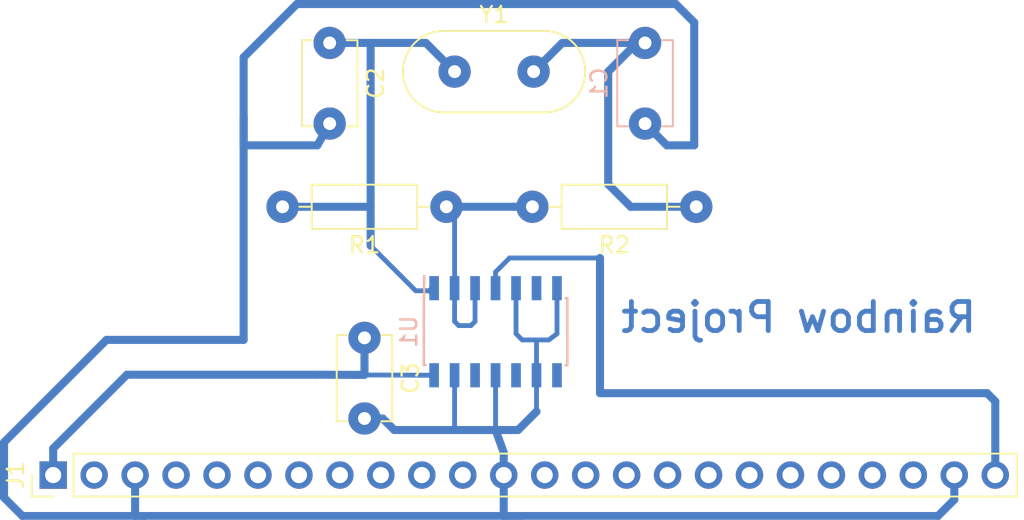
<source format=kicad_pcb>
(kicad_pcb (version 20171130) (host pcbnew "(5.0.0)")

  (general
    (thickness 1.6)
    (drawings 1)
    (tracks 91)
    (zones 0)
    (modules 8)
    (nets 30)
  )

  (page A4)
  (layers
    (0 F.Cu signal)
    (31 B.Cu signal)
    (32 B.Adhes user)
    (33 F.Adhes user)
    (34 B.Paste user)
    (35 F.Paste user)
    (36 B.SilkS user)
    (37 F.SilkS user)
    (38 B.Mask user)
    (39 F.Mask user)
    (40 Dwgs.User user)
    (41 Cmts.User user)
    (42 Eco1.User user)
    (43 Eco2.User user)
    (44 Edge.Cuts user)
    (45 Margin user)
    (46 B.CrtYd user)
    (47 F.CrtYd user)
    (48 B.Fab user)
    (49 F.Fab user hide)
  )

  (setup
    (last_trace_width 0.5)
    (trace_clearance 0.2)
    (zone_clearance 0.508)
    (zone_45_only no)
    (trace_min 0.2)
    (segment_width 0.2)
    (edge_width 0.15)
    (via_size 0.8)
    (via_drill 0.4)
    (via_min_size 0.4)
    (via_min_drill 0.3)
    (uvia_size 0.3)
    (uvia_drill 0.1)
    (uvias_allowed no)
    (uvia_min_size 0.2)
    (uvia_min_drill 0.1)
    (pcb_text_width 0.3)
    (pcb_text_size 1.5 1.5)
    (mod_edge_width 0.15)
    (mod_text_size 1 1)
    (mod_text_width 0.15)
    (pad_size 2 2)
    (pad_drill 1)
    (pad_to_mask_clearance 0.2)
    (aux_axis_origin 0 0)
    (visible_elements 7FFFFFFF)
    (pcbplotparams
      (layerselection 0x010fc_ffffffff)
      (usegerberextensions false)
      (usegerberattributes false)
      (usegerberadvancedattributes false)
      (creategerberjobfile false)
      (excludeedgelayer true)
      (linewidth 0.100000)
      (plotframeref false)
      (viasonmask false)
      (mode 1)
      (useauxorigin false)
      (hpglpennumber 1)
      (hpglpenspeed 20)
      (hpglpendiameter 15.000000)
      (psnegative false)
      (psa4output false)
      (plotreference true)
      (plotvalue true)
      (plotinvisibletext false)
      (padsonsilk false)
      (subtractmaskfromsilk false)
      (outputformat 1)
      (mirror false)
      (drillshape 1)
      (scaleselection 1)
      (outputdirectory ""))
  )

  (net 0 "")
  (net 1 "Net-(R1-Pad1)")
  (net 2 "Net-(C2-Pad1)")
  (net 3 "Net-(C1-Pad1)")
  (net 4 "Net-(J1-Pad24)")
  (net 5 GND)
  (net 6 "Net-(U1-Pad6)")
  (net 7 "Net-(U1-Pad8)")
  (net 8 "Net-(U1-Pad10)")
  (net 9 "Net-(U1-Pad12)")
  (net 10 VCC)
  (net 11 "Net-(J1-Pad2)")
  (net 12 "Net-(J1-Pad4)")
  (net 13 "Net-(J1-Pad5)")
  (net 14 "Net-(J1-Pad6)")
  (net 15 "Net-(J1-Pad7)")
  (net 16 "Net-(J1-Pad8)")
  (net 17 "Net-(J1-Pad9)")
  (net 18 "Net-(J1-Pad10)")
  (net 19 "Net-(J1-Pad11)")
  (net 20 "Net-(J1-Pad13)")
  (net 21 "Net-(J1-Pad14)")
  (net 22 "Net-(J1-Pad15)")
  (net 23 "Net-(J1-Pad16)")
  (net 24 "Net-(J1-Pad17)")
  (net 25 "Net-(J1-Pad18)")
  (net 26 "Net-(J1-Pad19)")
  (net 27 "Net-(J1-Pad20)")
  (net 28 "Net-(J1-Pad21)")
  (net 29 "Net-(J1-Pad22)")

  (net_class Default "This is the default net class."
    (clearance 0.2)
    (trace_width 0.5)
    (via_dia 0.8)
    (via_drill 0.4)
    (uvia_dia 0.3)
    (uvia_drill 0.1)
    (add_net GND)
    (add_net "Net-(C1-Pad1)")
    (add_net "Net-(C2-Pad1)")
    (add_net "Net-(J1-Pad10)")
    (add_net "Net-(J1-Pad11)")
    (add_net "Net-(J1-Pad13)")
    (add_net "Net-(J1-Pad14)")
    (add_net "Net-(J1-Pad15)")
    (add_net "Net-(J1-Pad16)")
    (add_net "Net-(J1-Pad17)")
    (add_net "Net-(J1-Pad18)")
    (add_net "Net-(J1-Pad19)")
    (add_net "Net-(J1-Pad2)")
    (add_net "Net-(J1-Pad20)")
    (add_net "Net-(J1-Pad21)")
    (add_net "Net-(J1-Pad22)")
    (add_net "Net-(J1-Pad24)")
    (add_net "Net-(J1-Pad4)")
    (add_net "Net-(J1-Pad5)")
    (add_net "Net-(J1-Pad6)")
    (add_net "Net-(J1-Pad7)")
    (add_net "Net-(J1-Pad8)")
    (add_net "Net-(J1-Pad9)")
    (add_net "Net-(R1-Pad1)")
    (add_net "Net-(U1-Pad10)")
    (add_net "Net-(U1-Pad12)")
    (add_net "Net-(U1-Pad6)")
    (add_net "Net-(U1-Pad8)")
    (add_net VCC)
  )

  (module Package_SO:SOIC-14_3.9x8.7mm_P1.27mm (layer B.Cu) (tedit 5A02F2D3) (tstamp 5C7C50A4)
    (at 153.67 121.92 270)
    (descr "14-Lead Plastic Small Outline (SL) - Narrow, 3.90 mm Body [SOIC] (see Microchip Packaging Specification 00000049BS.pdf)")
    (tags "SOIC 1.27")
    (path /5C7985CC)
    (attr smd)
    (fp_text reference U1 (at 0 5.375 270) (layer B.SilkS)
      (effects (font (size 1 1) (thickness 0.15)) (justify mirror))
    )
    (fp_text value 74HC14 (at 0 -5.375 270) (layer B.Fab)
      (effects (font (size 1 1) (thickness 0.15)) (justify mirror))
    )
    (fp_text user %R (at 0 0 270) (layer B.Fab)
      (effects (font (size 0.9 0.9) (thickness 0.135)) (justify mirror))
    )
    (fp_line (start -0.95 4.35) (end 1.95 4.35) (layer B.Fab) (width 0.15))
    (fp_line (start 1.95 4.35) (end 1.95 -4.35) (layer B.Fab) (width 0.15))
    (fp_line (start 1.95 -4.35) (end -1.95 -4.35) (layer B.Fab) (width 0.15))
    (fp_line (start -1.95 -4.35) (end -1.95 3.35) (layer B.Fab) (width 0.15))
    (fp_line (start -1.95 3.35) (end -0.95 4.35) (layer B.Fab) (width 0.15))
    (fp_line (start -3.7 4.65) (end -3.7 -4.65) (layer B.CrtYd) (width 0.05))
    (fp_line (start 3.7 4.65) (end 3.7 -4.65) (layer B.CrtYd) (width 0.05))
    (fp_line (start -3.7 4.65) (end 3.7 4.65) (layer B.CrtYd) (width 0.05))
    (fp_line (start -3.7 -4.65) (end 3.7 -4.65) (layer B.CrtYd) (width 0.05))
    (fp_line (start -2.075 4.45) (end -2.075 4.425) (layer B.SilkS) (width 0.15))
    (fp_line (start 2.075 4.45) (end 2.075 4.335) (layer B.SilkS) (width 0.15))
    (fp_line (start 2.075 -4.45) (end 2.075 -4.335) (layer B.SilkS) (width 0.15))
    (fp_line (start -2.075 -4.45) (end -2.075 -4.335) (layer B.SilkS) (width 0.15))
    (fp_line (start -2.075 4.45) (end 2.075 4.45) (layer B.SilkS) (width 0.15))
    (fp_line (start -2.075 -4.45) (end 2.075 -4.45) (layer B.SilkS) (width 0.15))
    (fp_line (start -2.075 4.425) (end -3.45 4.425) (layer B.SilkS) (width 0.15))
    (pad 1 smd rect (at -2.7 3.81 270) (size 1.5 0.6) (layers B.Cu B.Paste B.Mask)
      (net 2 "Net-(C2-Pad1)"))
    (pad 2 smd rect (at -2.7 2.54 270) (size 1.5 0.6) (layers B.Cu B.Paste B.Mask)
      (net 1 "Net-(R1-Pad1)"))
    (pad 3 smd rect (at -2.7 1.27 270) (size 1.5 0.6) (layers B.Cu B.Paste B.Mask)
      (net 1 "Net-(R1-Pad1)"))
    (pad 4 smd rect (at -2.7 0 270) (size 1.5 0.6) (layers B.Cu B.Paste B.Mask)
      (net 4 "Net-(J1-Pad24)"))
    (pad 5 smd rect (at -2.7 -1.27 270) (size 1.5 0.6) (layers B.Cu B.Paste B.Mask)
      (net 5 GND))
    (pad 6 smd rect (at -2.7 -2.54 270) (size 1.5 0.6) (layers B.Cu B.Paste B.Mask)
      (net 6 "Net-(U1-Pad6)"))
    (pad 7 smd rect (at -2.7 -3.81 270) (size 1.5 0.6) (layers B.Cu B.Paste B.Mask)
      (net 5 GND))
    (pad 8 smd rect (at 2.7 -3.81 270) (size 1.5 0.6) (layers B.Cu B.Paste B.Mask)
      (net 7 "Net-(U1-Pad8)"))
    (pad 9 smd rect (at 2.7 -2.54 270) (size 1.5 0.6) (layers B.Cu B.Paste B.Mask)
      (net 5 GND))
    (pad 10 smd rect (at 2.7 -1.27 270) (size 1.5 0.6) (layers B.Cu B.Paste B.Mask)
      (net 8 "Net-(U1-Pad10)"))
    (pad 11 smd rect (at 2.7 0 270) (size 1.5 0.6) (layers B.Cu B.Paste B.Mask)
      (net 5 GND))
    (pad 12 smd rect (at 2.7 1.27 270) (size 1.5 0.6) (layers B.Cu B.Paste B.Mask)
      (net 9 "Net-(U1-Pad12)"))
    (pad 13 smd rect (at 2.7 2.54 270) (size 1.5 0.6) (layers B.Cu B.Paste B.Mask)
      (net 5 GND))
    (pad 14 smd rect (at 2.7 3.81 270) (size 1.5 0.6) (layers B.Cu B.Paste B.Mask)
      (net 10 VCC))
    (model ${KISYS3DMOD}/Package_SO.3dshapes/SOIC-14_3.9x8.7mm_P1.27mm.wrl
      (at (xyz 0 0 0))
      (scale (xyz 1 1 1))
      (rotate (xyz 0 0 0))
    )
  )

  (module Capacitor_THT:C_Disc_D5.1mm_W3.2mm_P5.00mm (layer F.Cu) (tedit 5C7AE524) (tstamp 5C7C5473)
    (at 145.542 122.301 270)
    (descr "C, Disc series, Radial, pin pitch=5.00mm, , diameter*width=5.1*3.2mm^2, Capacitor, http://www.vishay.com/docs/45233/krseries.pdf")
    (tags "C Disc series Radial pin pitch 5.00mm  diameter 5.1mm width 3.2mm Capacitor")
    (path /5C79AF5F)
    (fp_text reference C3 (at 2.5 -2.85 270) (layer F.SilkS)
      (effects (font (size 1 1) (thickness 0.15)))
    )
    (fp_text value 0.1u (at 2.5 2.85 270) (layer F.Fab)
      (effects (font (size 1 1) (thickness 0.15)))
    )
    (fp_line (start -0.05 -1.6) (end -0.05 1.6) (layer F.Fab) (width 0.1))
    (fp_line (start -0.05 1.6) (end 5.05 1.6) (layer F.Fab) (width 0.1))
    (fp_line (start 5.05 1.6) (end 5.05 -1.6) (layer F.Fab) (width 0.1))
    (fp_line (start 5.05 -1.6) (end -0.05 -1.6) (layer F.Fab) (width 0.1))
    (fp_line (start -0.17 -1.721) (end 5.17 -1.721) (layer F.SilkS) (width 0.12))
    (fp_line (start -0.17 1.721) (end 5.17 1.721) (layer F.SilkS) (width 0.12))
    (fp_line (start -0.17 -1.721) (end -0.17 -1.055) (layer F.SilkS) (width 0.12))
    (fp_line (start -0.17 1.055) (end -0.17 1.721) (layer F.SilkS) (width 0.12))
    (fp_line (start 5.17 -1.721) (end 5.17 -1.055) (layer F.SilkS) (width 0.12))
    (fp_line (start 5.17 1.055) (end 5.17 1.721) (layer F.SilkS) (width 0.12))
    (fp_line (start -1.05 -1.85) (end -1.05 1.85) (layer F.CrtYd) (width 0.05))
    (fp_line (start -1.05 1.85) (end 6.05 1.85) (layer F.CrtYd) (width 0.05))
    (fp_line (start 6.05 1.85) (end 6.05 -1.85) (layer F.CrtYd) (width 0.05))
    (fp_line (start 6.05 -1.85) (end -1.05 -1.85) (layer F.CrtYd) (width 0.05))
    (fp_text user %R (at 2.794 0.127 270) (layer F.Fab)
      (effects (font (size 1 1) (thickness 0.15)))
    )
    (pad 1 thru_hole circle (at 0 0 270) (size 2 2) (drill 0.8) (layers *.Cu *.Mask)
      (net 10 VCC))
    (pad 2 thru_hole circle (at 5 0 270) (size 2 2) (drill 0.8) (layers *.Cu *.Mask)
      (net 5 GND))
    (model ${KISYS3DMOD}/Capacitor_THT.3dshapes/C_Disc_D5.1mm_W3.2mm_P5.00mm.wrl
      (at (xyz 0 0 0))
      (scale (xyz 1 1 1))
      (rotate (xyz 0 0 0))
    )
  )

  (module Capacitor_THT:C_Disc_D5.1mm_W3.2mm_P5.00mm (layer F.Cu) (tedit 5C7AE501) (tstamp 5C7C5111)
    (at 143.383 104.013 270)
    (descr "C, Disc series, Radial, pin pitch=5.00mm, , diameter*width=5.1*3.2mm^2, Capacitor, http://www.vishay.com/docs/45233/krseries.pdf")
    (tags "C Disc series Radial pin pitch 5.00mm  diameter 5.1mm width 3.2mm Capacitor")
    (path /5C798E8D)
    (fp_text reference C2 (at 2.5 -2.85 270) (layer F.SilkS)
      (effects (font (size 1 1) (thickness 0.15)))
    )
    (fp_text value 3.3p (at 2.5 2.85 270) (layer F.Fab)
      (effects (font (size 1 1) (thickness 0.15)))
    )
    (fp_text user %R (at 2.54 -0.127) (layer F.Fab)
      (effects (font (size 1 1) (thickness 0.15)))
    )
    (fp_line (start 6.05 -1.85) (end -1.05 -1.85) (layer F.CrtYd) (width 0.05))
    (fp_line (start 6.05 1.85) (end 6.05 -1.85) (layer F.CrtYd) (width 0.05))
    (fp_line (start -1.05 1.85) (end 6.05 1.85) (layer F.CrtYd) (width 0.05))
    (fp_line (start -1.05 -1.85) (end -1.05 1.85) (layer F.CrtYd) (width 0.05))
    (fp_line (start 5.17 1.055) (end 5.17 1.721) (layer F.SilkS) (width 0.12))
    (fp_line (start 5.17 -1.721) (end 5.17 -1.055) (layer F.SilkS) (width 0.12))
    (fp_line (start -0.17 1.055) (end -0.17 1.721) (layer F.SilkS) (width 0.12))
    (fp_line (start -0.17 -1.721) (end -0.17 -1.055) (layer F.SilkS) (width 0.12))
    (fp_line (start -0.17 1.721) (end 5.17 1.721) (layer F.SilkS) (width 0.12))
    (fp_line (start -0.17 -1.721) (end 5.17 -1.721) (layer F.SilkS) (width 0.12))
    (fp_line (start 5.05 -1.6) (end -0.05 -1.6) (layer F.Fab) (width 0.1))
    (fp_line (start 5.05 1.6) (end 5.05 -1.6) (layer F.Fab) (width 0.1))
    (fp_line (start -0.05 1.6) (end 5.05 1.6) (layer F.Fab) (width 0.1))
    (fp_line (start -0.05 -1.6) (end -0.05 1.6) (layer F.Fab) (width 0.1))
    (pad 2 thru_hole circle (at 5 0 270) (size 2 2) (drill 0.8) (layers *.Cu *.Mask)
      (net 5 GND))
    (pad 1 thru_hole circle (at 0 0 270) (size 2 2) (drill 0.8) (layers *.Cu *.Mask)
      (net 2 "Net-(C2-Pad1)"))
    (model ${KISYS3DMOD}/Capacitor_THT.3dshapes/C_Disc_D5.1mm_W3.2mm_P5.00mm.wrl
      (at (xyz 0 0 0))
      (scale (xyz 1 1 1))
      (rotate (xyz 0 0 0))
    )
  )

  (module Capacitor_THT:C_Disc_D5.1mm_W3.2mm_P5.00mm (layer B.Cu) (tedit 5C7AE4F2) (tstamp 5C7C5F18)
    (at 162.941 104.013 270)
    (descr "C, Disc series, Radial, pin pitch=5.00mm, , diameter*width=5.1*3.2mm^2, Capacitor, http://www.vishay.com/docs/45233/krseries.pdf")
    (tags "C Disc series Radial pin pitch 5.00mm  diameter 5.1mm width 3.2mm Capacitor")
    (path /5C798E11)
    (fp_text reference C1 (at 2.5 2.85 270) (layer B.SilkS)
      (effects (font (size 1 1) (thickness 0.15)) (justify mirror))
    )
    (fp_text value 3.3p (at 2.5 -2.85 270) (layer B.Fab)
      (effects (font (size 1 1) (thickness 0.15)) (justify mirror))
    )
    (fp_line (start -0.05 1.6) (end -0.05 -1.6) (layer B.Fab) (width 0.1))
    (fp_line (start -0.05 -1.6) (end 5.05 -1.6) (layer B.Fab) (width 0.1))
    (fp_line (start 5.05 -1.6) (end 5.05 1.6) (layer B.Fab) (width 0.1))
    (fp_line (start 5.05 1.6) (end -0.05 1.6) (layer B.Fab) (width 0.1))
    (fp_line (start -0.17 1.721) (end 5.17 1.721) (layer B.SilkS) (width 0.12))
    (fp_line (start -0.17 -1.721) (end 5.17 -1.721) (layer B.SilkS) (width 0.12))
    (fp_line (start -0.17 1.721) (end -0.17 1.055) (layer B.SilkS) (width 0.12))
    (fp_line (start -0.17 -1.055) (end -0.17 -1.721) (layer B.SilkS) (width 0.12))
    (fp_line (start 5.17 1.721) (end 5.17 1.055) (layer B.SilkS) (width 0.12))
    (fp_line (start 5.17 -1.055) (end 5.17 -1.721) (layer B.SilkS) (width 0.12))
    (fp_line (start -1.05 1.85) (end -1.05 -1.85) (layer B.CrtYd) (width 0.05))
    (fp_line (start -1.05 -1.85) (end 6.05 -1.85) (layer B.CrtYd) (width 0.05))
    (fp_line (start 6.05 -1.85) (end 6.05 1.85) (layer B.CrtYd) (width 0.05))
    (fp_line (start 6.05 1.85) (end -1.05 1.85) (layer B.CrtYd) (width 0.05))
    (fp_text user %R (at 2.54 -0.381 270) (layer B.Fab)
      (effects (font (size 1 1) (thickness 0.15)) (justify mirror))
    )
    (pad 1 thru_hole circle (at 0 0 270) (size 2 2) (drill 0.8) (layers *.Cu *.Mask)
      (net 3 "Net-(C1-Pad1)"))
    (pad 2 thru_hole circle (at 5 0 270) (size 2 2) (drill 0.8) (layers *.Cu *.Mask)
      (net 5 GND))
    (model ${KISYS3DMOD}/Capacitor_THT.3dshapes/C_Disc_D5.1mm_W3.2mm_P5.00mm.wrl
      (at (xyz 0 0 0))
      (scale (xyz 1 1 1))
      (rotate (xyz 0 0 0))
    )
  )

  (module Connector_PinHeader_2.54mm:PinHeader_1x24_P2.54mm_Vertical (layer F.Cu) (tedit 59FED5CC) (tstamp 5C7C5274)
    (at 126.238 130.81 90)
    (descr "Through hole straight pin header, 1x24, 2.54mm pitch, single row")
    (tags "Through hole pin header THT 1x24 2.54mm single row")
    (path /5C79B832)
    (fp_text reference J1 (at 0 -2.33 90) (layer F.SilkS)
      (effects (font (size 1 1) (thickness 0.15)))
    )
    (fp_text value Conn_01x24_Female (at 0 60.75 90) (layer F.Fab)
      (effects (font (size 1 1) (thickness 0.15)))
    )
    (fp_line (start -0.635 -1.27) (end 1.27 -1.27) (layer F.Fab) (width 0.1))
    (fp_line (start 1.27 -1.27) (end 1.27 59.69) (layer F.Fab) (width 0.1))
    (fp_line (start 1.27 59.69) (end -1.27 59.69) (layer F.Fab) (width 0.1))
    (fp_line (start -1.27 59.69) (end -1.27 -0.635) (layer F.Fab) (width 0.1))
    (fp_line (start -1.27 -0.635) (end -0.635 -1.27) (layer F.Fab) (width 0.1))
    (fp_line (start -1.33 59.75) (end 1.33 59.75) (layer F.SilkS) (width 0.12))
    (fp_line (start -1.33 1.27) (end -1.33 59.75) (layer F.SilkS) (width 0.12))
    (fp_line (start 1.33 1.27) (end 1.33 59.75) (layer F.SilkS) (width 0.12))
    (fp_line (start -1.33 1.27) (end 1.33 1.27) (layer F.SilkS) (width 0.12))
    (fp_line (start -1.33 0) (end -1.33 -1.33) (layer F.SilkS) (width 0.12))
    (fp_line (start -1.33 -1.33) (end 0 -1.33) (layer F.SilkS) (width 0.12))
    (fp_line (start -1.8 -1.8) (end -1.8 60.2) (layer F.CrtYd) (width 0.05))
    (fp_line (start -1.8 60.2) (end 1.8 60.2) (layer F.CrtYd) (width 0.05))
    (fp_line (start 1.8 60.2) (end 1.8 -1.8) (layer F.CrtYd) (width 0.05))
    (fp_line (start 1.8 -1.8) (end -1.8 -1.8) (layer F.CrtYd) (width 0.05))
    (fp_text user %R (at 0 29.21 180) (layer F.Fab)
      (effects (font (size 1 1) (thickness 0.15)))
    )
    (pad 1 thru_hole rect (at 0 0 90) (size 1.7 1.7) (drill 1) (layers *.Cu *.Mask)
      (net 10 VCC))
    (pad 2 thru_hole oval (at 0 2.54 90) (size 1.7 1.7) (drill 1) (layers *.Cu *.Mask)
      (net 11 "Net-(J1-Pad2)"))
    (pad 3 thru_hole oval (at 0 5.08 90) (size 1.7 1.7) (drill 1) (layers *.Cu *.Mask)
      (net 5 GND))
    (pad 4 thru_hole oval (at 0 7.62 90) (size 1.7 1.7) (drill 1) (layers *.Cu *.Mask)
      (net 12 "Net-(J1-Pad4)"))
    (pad 5 thru_hole oval (at 0 10.16 90) (size 1.7 1.7) (drill 1) (layers *.Cu *.Mask)
      (net 13 "Net-(J1-Pad5)"))
    (pad 6 thru_hole oval (at 0 12.7 90) (size 1.7 1.7) (drill 1) (layers *.Cu *.Mask)
      (net 14 "Net-(J1-Pad6)"))
    (pad 7 thru_hole oval (at 0 15.24 90) (size 1.7 1.7) (drill 1) (layers *.Cu *.Mask)
      (net 15 "Net-(J1-Pad7)"))
    (pad 8 thru_hole oval (at 0 17.78 90) (size 1.7 1.7) (drill 1) (layers *.Cu *.Mask)
      (net 16 "Net-(J1-Pad8)"))
    (pad 9 thru_hole oval (at 0 20.32 90) (size 1.7 1.7) (drill 1) (layers *.Cu *.Mask)
      (net 17 "Net-(J1-Pad9)"))
    (pad 10 thru_hole oval (at 0 22.86 90) (size 1.7 1.7) (drill 1) (layers *.Cu *.Mask)
      (net 18 "Net-(J1-Pad10)"))
    (pad 11 thru_hole oval (at 0 25.4 90) (size 1.7 1.7) (drill 1) (layers *.Cu *.Mask)
      (net 19 "Net-(J1-Pad11)"))
    (pad 12 thru_hole oval (at 0 27.94 90) (size 1.7 1.7) (drill 1) (layers *.Cu *.Mask)
      (net 5 GND))
    (pad 13 thru_hole oval (at 0 30.48 90) (size 1.7 1.7) (drill 1) (layers *.Cu *.Mask)
      (net 20 "Net-(J1-Pad13)"))
    (pad 14 thru_hole oval (at 0 33.02 90) (size 1.7 1.7) (drill 1) (layers *.Cu *.Mask)
      (net 21 "Net-(J1-Pad14)"))
    (pad 15 thru_hole oval (at 0 35.56 90) (size 1.7 1.7) (drill 1) (layers *.Cu *.Mask)
      (net 22 "Net-(J1-Pad15)"))
    (pad 16 thru_hole oval (at 0 38.1 90) (size 1.7 1.7) (drill 1) (layers *.Cu *.Mask)
      (net 23 "Net-(J1-Pad16)"))
    (pad 17 thru_hole oval (at 0 40.64 90) (size 1.7 1.7) (drill 1) (layers *.Cu *.Mask)
      (net 24 "Net-(J1-Pad17)"))
    (pad 18 thru_hole oval (at 0 43.18 90) (size 1.7 1.7) (drill 1) (layers *.Cu *.Mask)
      (net 25 "Net-(J1-Pad18)"))
    (pad 19 thru_hole oval (at 0 45.72 90) (size 1.7 1.7) (drill 1) (layers *.Cu *.Mask)
      (net 26 "Net-(J1-Pad19)"))
    (pad 20 thru_hole oval (at 0 48.26 90) (size 1.7 1.7) (drill 1) (layers *.Cu *.Mask)
      (net 27 "Net-(J1-Pad20)"))
    (pad 21 thru_hole oval (at 0 50.8 90) (size 1.7 1.7) (drill 1) (layers *.Cu *.Mask)
      (net 28 "Net-(J1-Pad21)"))
    (pad 22 thru_hole oval (at 0 53.34 90) (size 1.7 1.7) (drill 1) (layers *.Cu *.Mask)
      (net 29 "Net-(J1-Pad22)"))
    (pad 23 thru_hole oval (at 0 55.88 90) (size 1.7 1.7) (drill 1) (layers *.Cu *.Mask)
      (net 5 GND))
    (pad 24 thru_hole oval (at 0 58.42 90) (size 1.7 1.7) (drill 1) (layers *.Cu *.Mask)
      (net 4 "Net-(J1-Pad24)"))
    (model ${KISYS3DMOD}/Connector_PinHeader_2.54mm.3dshapes/PinHeader_1x24_P2.54mm_Vertical.wrl
      (at (xyz 0 0 0))
      (scale (xyz 1 1 1))
      (rotate (xyz 0 0 0))
    )
  )

  (module Crystal:Crystal_HC18-U_Vertical (layer F.Cu) (tedit 5C7AE51A) (tstamp 5C7C50BB)
    (at 151.13 105.791)
    (descr "Crystal THT HC-18/U, http://5hertz.com/pdfs/04404_D.pdf")
    (tags "THT crystalHC-18/U")
    (path /5C798A36)
    (fp_text reference Y1 (at 2.45 -3.525) (layer F.SilkS)
      (effects (font (size 1 1) (thickness 0.15)))
    )
    (fp_text value "4MHz Crystal" (at 2.45 3.525 180) (layer F.Fab)
      (effects (font (size 1 1) (thickness 0.15)))
    )
    (fp_text user %R (at 2.45 0) (layer F.Fab)
      (effects (font (size 1 1) (thickness 0.15)))
    )
    (fp_line (start -0.675 -2.325) (end 5.575 -2.325) (layer F.Fab) (width 0.1))
    (fp_line (start -0.675 2.325) (end 5.575 2.325) (layer F.Fab) (width 0.1))
    (fp_line (start -0.55 -2) (end 5.45 -2) (layer F.Fab) (width 0.1))
    (fp_line (start -0.55 2) (end 5.45 2) (layer F.Fab) (width 0.1))
    (fp_line (start -0.675 -2.525) (end 5.575 -2.525) (layer F.SilkS) (width 0.12))
    (fp_line (start -0.675 2.525) (end 5.575 2.525) (layer F.SilkS) (width 0.12))
    (fp_line (start -3.5 -2.8) (end -3.5 2.8) (layer F.CrtYd) (width 0.05))
    (fp_line (start -3.5 2.8) (end 8.4 2.8) (layer F.CrtYd) (width 0.05))
    (fp_line (start 8.4 2.8) (end 8.4 -2.8) (layer F.CrtYd) (width 0.05))
    (fp_line (start 8.4 -2.8) (end -3.5 -2.8) (layer F.CrtYd) (width 0.05))
    (fp_arc (start -0.675 0) (end -0.675 -2.325) (angle -180) (layer F.Fab) (width 0.1))
    (fp_arc (start 5.575 0) (end 5.575 -2.325) (angle 180) (layer F.Fab) (width 0.1))
    (fp_arc (start -0.55 0) (end -0.55 -2) (angle -180) (layer F.Fab) (width 0.1))
    (fp_arc (start 5.45 0) (end 5.45 -2) (angle 180) (layer F.Fab) (width 0.1))
    (fp_arc (start -0.675 0) (end -0.675 -2.525) (angle -180) (layer F.SilkS) (width 0.12))
    (fp_arc (start 5.575 0) (end 5.575 -2.525) (angle 180) (layer F.SilkS) (width 0.12))
    (pad 1 thru_hole circle (at 0 0) (size 2 2) (drill 0.8) (layers *.Cu *.Mask)
      (net 2 "Net-(C2-Pad1)"))
    (pad 2 thru_hole circle (at 4.9 0) (size 2 2) (drill 0.8) (layers *.Cu *.Mask)
      (net 3 "Net-(C1-Pad1)"))
    (model ${KISYS3DMOD}/Crystal.3dshapes/Crystal_HC18-U_Vertical.wrl
      (at (xyz 0 0 0))
      (scale (xyz 1 1 1))
      (rotate (xyz 0 0 0))
    )
  )

  (module Resistor_THT:R_Axial_DIN0207_L6.3mm_D2.5mm_P10.16mm_Horizontal (layer F.Cu) (tedit 5C7AE4E1) (tstamp 5C7C6237)
    (at 166.116 114.173 180)
    (descr "Resistor, Axial_DIN0207 series, Axial, Horizontal, pin pitch=10.16mm, 0.25W = 1/4W, length*diameter=6.3*2.5mm^2, http://cdn-reichelt.de/documents/datenblatt/B400/1_4W%23YAG.pdf")
    (tags "Resistor Axial_DIN0207 series Axial Horizontal pin pitch 10.16mm 0.25W = 1/4W length 6.3mm diameter 2.5mm")
    (path /5C79891E)
    (fp_text reference R2 (at 5.08 -2.37 180) (layer F.SilkS)
      (effects (font (size 1 1) (thickness 0.15)))
    )
    (fp_text value 10k (at 5.08 2.37 180) (layer F.Fab)
      (effects (font (size 1 1) (thickness 0.15)))
    )
    (fp_text user %R (at 5.08 0 90) (layer F.Fab)
      (effects (font (size 1 1) (thickness 0.15)))
    )
    (fp_line (start 11.21 -1.5) (end -1.05 -1.5) (layer F.CrtYd) (width 0.05))
    (fp_line (start 11.21 1.5) (end 11.21 -1.5) (layer F.CrtYd) (width 0.05))
    (fp_line (start -1.05 1.5) (end 11.21 1.5) (layer F.CrtYd) (width 0.05))
    (fp_line (start -1.05 -1.5) (end -1.05 1.5) (layer F.CrtYd) (width 0.05))
    (fp_line (start 9.12 0) (end 8.35 0) (layer F.SilkS) (width 0.12))
    (fp_line (start 1.04 0) (end 1.81 0) (layer F.SilkS) (width 0.12))
    (fp_line (start 8.35 -1.37) (end 1.81 -1.37) (layer F.SilkS) (width 0.12))
    (fp_line (start 8.35 1.37) (end 8.35 -1.37) (layer F.SilkS) (width 0.12))
    (fp_line (start 1.81 1.37) (end 8.35 1.37) (layer F.SilkS) (width 0.12))
    (fp_line (start 1.81 -1.37) (end 1.81 1.37) (layer F.SilkS) (width 0.12))
    (fp_line (start 10.16 0) (end 8.23 0) (layer F.Fab) (width 0.1))
    (fp_line (start 0 0) (end 1.93 0) (layer F.Fab) (width 0.1))
    (fp_line (start 8.23 -1.25) (end 1.93 -1.25) (layer F.Fab) (width 0.1))
    (fp_line (start 8.23 1.25) (end 8.23 -1.25) (layer F.Fab) (width 0.1))
    (fp_line (start 1.93 1.25) (end 8.23 1.25) (layer F.Fab) (width 0.1))
    (fp_line (start 1.93 -1.25) (end 1.93 1.25) (layer F.Fab) (width 0.1))
    (pad 2 thru_hole oval (at 10.16 0 180) (size 2 2) (drill 0.8) (layers *.Cu *.Mask)
      (net 1 "Net-(R1-Pad1)"))
    (pad 1 thru_hole circle (at 0 0 180) (size 2 2) (drill 0.8) (layers *.Cu *.Mask)
      (net 3 "Net-(C1-Pad1)"))
    (model ${KISYS3DMOD}/Resistor_THT.3dshapes/R_Axial_DIN0207_L6.3mm_D2.5mm_P10.16mm_Horizontal.wrl
      (at (xyz 0 0 0))
      (scale (xyz 1 1 1))
      (rotate (xyz 0 0 0))
    )
  )

  (module Resistor_THT:R_Axial_DIN0207_L6.3mm_D2.5mm_P10.16mm_Horizontal (layer F.Cu) (tedit 5C7AE4CE) (tstamp 5C7C506A)
    (at 150.622 114.173 180)
    (descr "Resistor, Axial_DIN0207 series, Axial, Horizontal, pin pitch=10.16mm, 0.25W = 1/4W, length*diameter=6.3*2.5mm^2, http://cdn-reichelt.de/documents/datenblatt/B400/1_4W%23YAG.pdf")
    (tags "Resistor Axial_DIN0207 series Axial Horizontal pin pitch 10.16mm 0.25W = 1/4W length 6.3mm diameter 2.5mm")
    (path /5C798853)
    (fp_text reference R1 (at 5.08 -2.37 180) (layer F.SilkS)
      (effects (font (size 1 1) (thickness 0.15)))
    )
    (fp_text value 1M (at 5.08 2.37 180) (layer F.Fab)
      (effects (font (size 1 1) (thickness 0.15)))
    )
    (fp_line (start 1.93 -1.25) (end 1.93 1.25) (layer F.Fab) (width 0.1))
    (fp_line (start 1.93 1.25) (end 8.23 1.25) (layer F.Fab) (width 0.1))
    (fp_line (start 8.23 1.25) (end 8.23 -1.25) (layer F.Fab) (width 0.1))
    (fp_line (start 8.23 -1.25) (end 1.93 -1.25) (layer F.Fab) (width 0.1))
    (fp_line (start 0 0) (end 1.93 0) (layer F.Fab) (width 0.1))
    (fp_line (start 10.16 0) (end 8.23 0) (layer F.Fab) (width 0.1))
    (fp_line (start 1.81 -1.37) (end 1.81 1.37) (layer F.SilkS) (width 0.12))
    (fp_line (start 1.81 1.37) (end 8.35 1.37) (layer F.SilkS) (width 0.12))
    (fp_line (start 8.35 1.37) (end 8.35 -1.37) (layer F.SilkS) (width 0.12))
    (fp_line (start 8.35 -1.37) (end 1.81 -1.37) (layer F.SilkS) (width 0.12))
    (fp_line (start 1.04 0) (end 1.81 0) (layer F.SilkS) (width 0.12))
    (fp_line (start 9.12 0) (end 8.35 0) (layer F.SilkS) (width 0.12))
    (fp_line (start -1.05 -1.5) (end -1.05 1.5) (layer F.CrtYd) (width 0.05))
    (fp_line (start -1.05 1.5) (end 11.21 1.5) (layer F.CrtYd) (width 0.05))
    (fp_line (start 11.21 1.5) (end 11.21 -1.5) (layer F.CrtYd) (width 0.05))
    (fp_line (start 11.21 -1.5) (end -1.05 -1.5) (layer F.CrtYd) (width 0.05))
    (fp_text user %R (at 5.08 0 180) (layer F.Fab)
      (effects (font (size 1 1) (thickness 0.15)))
    )
    (pad 1 thru_hole circle (at 0 0 180) (size 2 2) (drill 0.8) (layers *.Cu *.Mask)
      (net 1 "Net-(R1-Pad1)"))
    (pad 2 thru_hole oval (at 10.16 0 180) (size 2 2) (drill 0.8) (layers *.Cu *.Mask)
      (net 2 "Net-(C2-Pad1)"))
    (model ${KISYS3DMOD}/Resistor_THT.3dshapes/R_Axial_DIN0207_L6.3mm_D2.5mm_P10.16mm_Horizontal.wrl
      (at (xyz 0 0 0))
      (scale (xyz 1 1 1))
      (rotate (xyz 0 0 0))
    )
  )

  (gr_text "Rainbow Project" (at 172.466 121.031) (layer B.Cu)
    (effects (font (size 1.8 1.8) (thickness 0.3)) (justify mirror))
  )

  (segment (start 151.13 114.554) (end 151.13 119.22) (width 0.3) (layer B.Cu) (net 1))
  (segment (start 150.622 114.173) (end 150.749 114.173) (width 0.5) (layer B.Cu) (net 1))
  (segment (start 150.749 114.173) (end 151.13 114.554) (width 0.5) (layer B.Cu) (net 1))
  (segment (start 152.4 121.285) (end 152.4 119.22) (width 0.3) (layer B.Cu) (net 1))
  (segment (start 152.146 121.539) (end 152.4 121.285) (width 0.3) (layer B.Cu) (net 1))
  (segment (start 151.384 121.539) (end 152.146 121.539) (width 0.3) (layer B.Cu) (net 1))
  (segment (start 151.13 119.22) (end 151.13 121.285) (width 0.3) (layer B.Cu) (net 1))
  (segment (start 151.13 121.285) (end 151.384 121.539) (width 0.3) (layer B.Cu) (net 1))
  (segment (start 154.82463 114.173) (end 150.622 114.173) (width 0.5) (layer B.Cu) (net 1))
  (segment (start 155.956 114.173) (end 154.82463 114.173) (width 0.5) (layer B.Cu) (net 1))
  (segment (start 151.13 105.791) (end 149.352 104.013) (width 0.5) (layer B.Cu) (net 2))
  (segment (start 141.59337 114.173) (end 145.923 114.173) (width 0.5) (layer B.Cu) (net 2))
  (segment (start 140.462 114.173) (end 141.59337 114.173) (width 0.5) (layer B.Cu) (net 2))
  (segment (start 149.7 119.38) (end 149.86 119.22) (width 0.5) (layer B.Cu) (net 2))
  (segment (start 148.717 119.38) (end 149.7 119.38) (width 0.3) (layer B.Cu) (net 2))
  (segment (start 145.923 114.173) (end 145.923 116.586) (width 0.5) (layer B.Cu) (net 2))
  (segment (start 145.923 116.586) (end 148.717 119.38) (width 0.3) (layer B.Cu) (net 2))
  (segment (start 145.923 104.14) (end 146.05 104.013) (width 0.5) (layer B.Cu) (net 2))
  (segment (start 145.923 114.173) (end 145.923 104.14) (width 0.5) (layer B.Cu) (net 2))
  (segment (start 149.352 104.013) (end 146.05 104.013) (width 0.5) (layer B.Cu) (net 2))
  (segment (start 146.05 104.013) (end 143.383 104.013) (width 0.5) (layer B.Cu) (net 2))
  (segment (start 157.808 104.013) (end 162.941 104.013) (width 0.5) (layer B.Cu) (net 3))
  (segment (start 156.03 105.791) (end 157.808 104.013) (width 0.5) (layer B.Cu) (net 3))
  (segment (start 162.052 114.173) (end 166.116 114.173) (width 0.5) (layer B.Cu) (net 3))
  (segment (start 160.655 112.776) (end 162.052 114.173) (width 0.5) (layer B.Cu) (net 3))
  (segment (start 160.655 105.791) (end 160.655 112.776) (width 0.5) (layer B.Cu) (net 3))
  (segment (start 162.941 104.013) (end 162.433 104.013) (width 0.5) (layer B.Cu) (net 3))
  (segment (start 162.433 104.013) (end 160.655 105.791) (width 0.5) (layer B.Cu) (net 3))
  (segment (start 184.658 126.238) (end 184.658 130.81) (width 0.5) (layer B.Cu) (net 4))
  (segment (start 153.67 118.22) (end 154.542 117.348) (width 0.3) (layer B.Cu) (net 4))
  (segment (start 154.542 117.348) (end 160.147 117.348) (width 0.3) (layer B.Cu) (net 4))
  (segment (start 160.147 117.348) (end 160.147 125.73) (width 0.5) (layer B.Cu) (net 4))
  (segment (start 160.147 125.73) (end 184.15 125.73) (width 0.5) (layer B.Cu) (net 4))
  (segment (start 153.67 119.22) (end 153.67 118.22) (width 0.3) (layer B.Cu) (net 4))
  (segment (start 184.15 125.73) (end 184.658 126.238) (width 0.5) (layer B.Cu) (net 4))
  (segment (start 155.067 128.016) (end 153.67 128.016) (width 0.5) (layer B.Cu) (net 5))
  (segment (start 156.21 126.873) (end 155.067 128.016) (width 0.5) (layer B.Cu) (net 5))
  (segment (start 156.21 124.62) (end 156.21 126.873) (width 0.3) (layer B.Cu) (net 5))
  (segment (start 153.67 124.62) (end 153.67 128.016) (width 0.3) (layer B.Cu) (net 5))
  (segment (start 156.21 122.555) (end 156.21 124.62) (width 0.3) (layer B.Cu) (net 5))
  (segment (start 154.178 129.413) (end 154.178 130.81) (width 0.5) (layer B.Cu) (net 5))
  (segment (start 153.67 128.016) (end 154.178 129.413) (width 0.5) (layer B.Cu) (net 5))
  (segment (start 145.542 127.301) (end 145.622 127.381) (width 0.5) (layer B.Cu) (net 5))
  (segment (start 156.21 122.428) (end 156.21 122.555) (width 0.3) (layer B.Cu) (net 5))
  (segment (start 155.321 122.428) (end 156.21 122.428) (width 0.3) (layer B.Cu) (net 5))
  (segment (start 154.94 119.22) (end 154.94 122.047) (width 0.3) (layer B.Cu) (net 5))
  (segment (start 154.94 122.047) (end 155.321 122.428) (width 0.3) (layer B.Cu) (net 5))
  (segment (start 156.972 122.428) (end 156.21 122.428) (width 0.3) (layer B.Cu) (net 5))
  (segment (start 157.48 119.22) (end 157.48 122.047) (width 0.3) (layer B.Cu) (net 5))
  (segment (start 157.48 122.047) (end 156.972 122.428) (width 0.3) (layer B.Cu) (net 5))
  (segment (start 152.654 128.016) (end 153.67 128.016) (width 0.5) (layer B.Cu) (net 5))
  (segment (start 146.67337 127.301) (end 147.38837 128.016) (width 0.5) (layer B.Cu) (net 5))
  (segment (start 145.542 127.301) (end 146.67337 127.301) (width 0.5) (layer B.Cu) (net 5))
  (segment (start 151.13 125.62) (end 151.13 128.016) (width 0.3) (layer B.Cu) (net 5))
  (segment (start 151.13 124.62) (end 151.13 125.62) (width 0.3) (layer B.Cu) (net 5))
  (segment (start 147.38837 128.016) (end 151.13 128.016) (width 0.5) (layer B.Cu) (net 5))
  (segment (start 151.13 128.016) (end 152.654 128.016) (width 0.5) (layer B.Cu) (net 5))
  (segment (start 131.953 133.35) (end 131.826 133.35) (width 0.5) (layer B.Cu) (net 5))
  (segment (start 181.102 133.35) (end 131.953 133.35) (width 0.5) (layer B.Cu) (net 5))
  (segment (start 182.118 130.81) (end 182.118 132.334) (width 0.5) (layer B.Cu) (net 5))
  (segment (start 182.118 132.334) (end 181.102 133.35) (width 0.5) (layer B.Cu) (net 5))
  (segment (start 142.621 110.363) (end 143.383 109.013) (width 0.5) (layer B.Cu) (net 5))
  (segment (start 138.049 108.585) (end 138.049 110.363) (width 0.5) (layer B.Cu) (net 5))
  (segment (start 138.049 110.363) (end 142.621 110.363) (width 0.5) (layer B.Cu) (net 5))
  (segment (start 138.049 104.902) (end 138.049 108.585) (width 0.5) (layer B.Cu) (net 5))
  (segment (start 164.291 110.363) (end 165.989 110.363) (width 0.5) (layer B.Cu) (net 5))
  (segment (start 162.941 109.013) (end 164.291 110.363) (width 0.5) (layer B.Cu) (net 5))
  (segment (start 165.989 110.363) (end 165.989 102.743) (width 0.5) (layer B.Cu) (net 5))
  (segment (start 165.989 102.743) (end 164.846 101.6) (width 0.5) (layer B.Cu) (net 5))
  (segment (start 164.846 101.6) (end 141.351 101.6) (width 0.5) (layer B.Cu) (net 5))
  (segment (start 141.351 101.6) (end 138.049 104.902) (width 0.5) (layer B.Cu) (net 5))
  (segment (start 154.432 133.35) (end 155.321 133.35) (width 0.5) (layer B.Cu) (net 5))
  (segment (start 154.178 130.81) (end 154.178 133.35) (width 0.5) (layer B.Cu) (net 5))
  (segment (start 154.178 133.35) (end 154.432 133.35) (width 0.5) (layer B.Cu) (net 5))
  (segment (start 131.318 133.35) (end 131.318 130.81) (width 0.5) (layer B.Cu) (net 5))
  (segment (start 131.826 133.35) (end 131.318 133.35) (width 0.5) (layer B.Cu) (net 5))
  (segment (start 138.049 122.428) (end 138.049 108.585) (width 0.5) (layer B.Cu) (net 5))
  (segment (start 129.54 122.428) (end 138.049 122.428) (width 0.5) (layer B.Cu) (net 5))
  (segment (start 123.19 128.778) (end 129.54 122.428) (width 0.5) (layer B.Cu) (net 5))
  (segment (start 123.19 132.207) (end 123.19 128.778) (width 0.5) (layer B.Cu) (net 5))
  (segment (start 131.826 133.35) (end 124.333 133.35) (width 0.5) (layer B.Cu) (net 5))
  (segment (start 124.333 133.35) (end 123.19 132.207) (width 0.5) (layer B.Cu) (net 5))
  (segment (start 149.86 124.62) (end 149.31 124.62) (width 0.3) (layer B.Cu) (net 10))
  (segment (start 149.31 124.62) (end 144.78 124.598067) (width 0.3) (layer B.Cu) (net 10))
  (segment (start 145.530933 124.598067) (end 144.78 124.598067) (width 0.5) (layer B.Cu) (net 10))
  (segment (start 145.542 122.301) (end 145.542 124.587) (width 0.5) (layer B.Cu) (net 10))
  (segment (start 145.542 124.587) (end 145.530933 124.598067) (width 0.5) (layer B.Cu) (net 10))
  (segment (start 126.238 129.159) (end 126.238 130.81) (width 0.5) (layer B.Cu) (net 10))
  (segment (start 130.81 124.587) (end 126.238 129.159) (width 0.5) (layer B.Cu) (net 10))
  (segment (start 144.78 124.598067) (end 142.494 124.587) (width 0.5) (layer B.Cu) (net 10))
  (segment (start 142.494 124.587) (end 130.81 124.587) (width 0.5) (layer B.Cu) (net 10))

)

</source>
